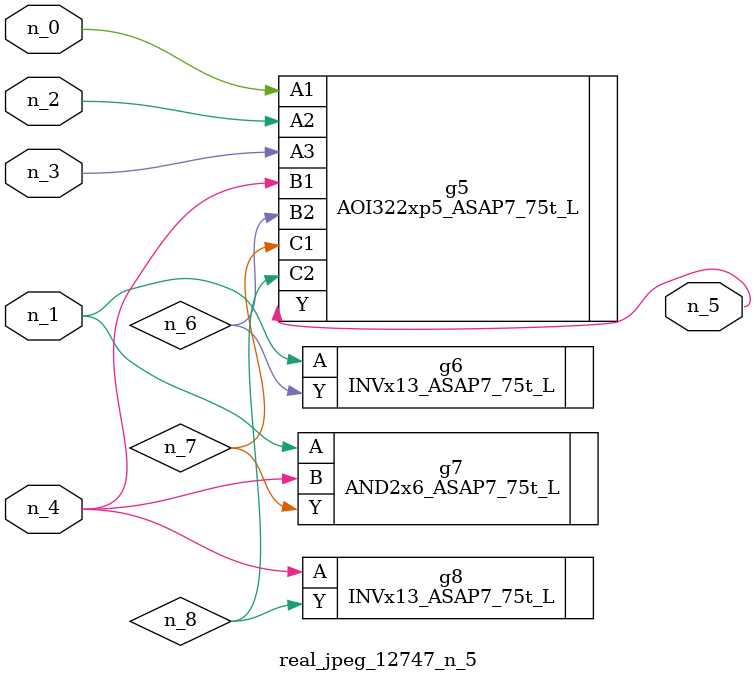
<source format=v>
module real_jpeg_12747_n_5 (n_4, n_0, n_1, n_2, n_3, n_5);

input n_4;
input n_0;
input n_1;
input n_2;
input n_3;

output n_5;

wire n_8;
wire n_6;
wire n_7;

AOI322xp5_ASAP7_75t_L g5 ( 
.A1(n_0),
.A2(n_2),
.A3(n_3),
.B1(n_4),
.B2(n_6),
.C1(n_7),
.C2(n_8),
.Y(n_5)
);

INVx13_ASAP7_75t_L g6 ( 
.A(n_1),
.Y(n_6)
);

AND2x6_ASAP7_75t_L g7 ( 
.A(n_1),
.B(n_4),
.Y(n_7)
);

INVx13_ASAP7_75t_L g8 ( 
.A(n_4),
.Y(n_8)
);


endmodule
</source>
